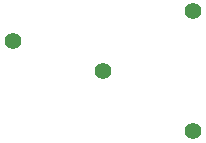
<source format=gbr>
%TF.GenerationSoftware,KiCad,Pcbnew,7.0.9-7.0.9~ubuntu22.04.1*%
%TF.CreationDate,2023-12-12T22:47:25+09:00*%
%TF.ProjectId,sample,73616d70-6c65-42e6-9b69-6361645f7063,rev?*%
%TF.SameCoordinates,Original*%
%TF.FileFunction,Soldermask,Bot*%
%TF.FilePolarity,Negative*%
%FSLAX46Y46*%
G04 Gerber Fmt 4.6, Leading zero omitted, Abs format (unit mm)*
G04 Created by KiCad (PCBNEW 7.0.9-7.0.9~ubuntu22.04.1) date 2023-12-12 22:47:25*
%MOMM*%
%LPD*%
G01*
G04 APERTURE LIST*
%ADD10C,1.400000*%
G04 APERTURE END LIST*
D10*
%TO.C,J2*%
X55880000Y-25400000D03*
%TD*%
%TO.C,J4*%
X48260000Y-30480000D03*
%TD*%
%TO.C,J3*%
X55880000Y-35560000D03*
%TD*%
%TO.C,J1*%
X40640000Y-27940000D03*
%TD*%
M02*

</source>
